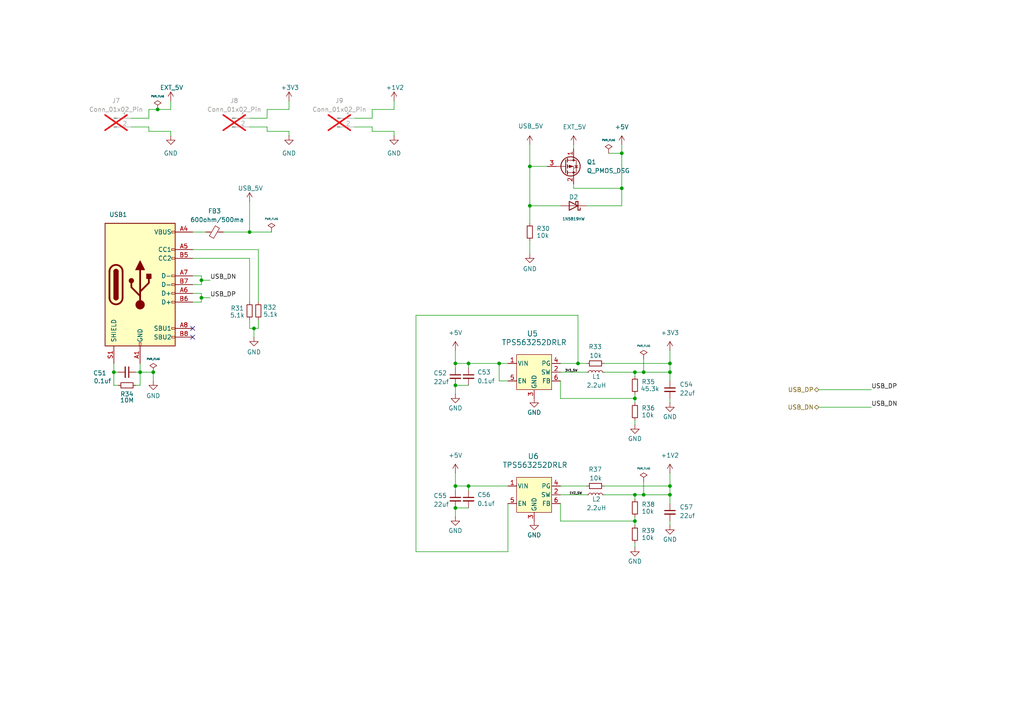
<source format=kicad_sch>
(kicad_sch (version 20231120) (generator "eeschema") (generator_version "8.0")
  (paper "A4")
  (lib_symbols
    (symbol "Connector:Conn_01x02_Pin" (pin_names (offset 1.016) hide)
      (property "Reference" "J" (at 0 2.54 0))
      (property "Value" "Conn_01x02_Pin" (at 0 -5.08 0))
      (symbol "Conn_01x02_Pin_1_1"
        (polyline (pts (xy 1.27 -2.54) (xy 0.8636 -2.54)) (stroke (width 0.1524)))
        (polyline (pts (xy 1.27 0) (xy 0.8636 0)) (stroke (width 0.1524)))
        (rectangle (start 0.8636 -2.413) (end 0 -2.667) (stroke (width 0.1524)) (fill (type outline)))
        (rectangle (start 0.8636 0.127) (end 0 -0.127) (stroke (width 0.1524)) (fill (type outline)))
        (pin passive line (at 5.08 0 180) (length 3.81) (name "Pin_1") (number "1"))
        (pin passive line (at 5.08 -2.54 180) (length 3.81) (name "Pin_2") (number "2"))
      )
    )
    (symbol "Connector:USB_C_Receptacle_USB2.0_16P" (pin_names (offset 1.016))
      (property "Reference" "J" (at 0 22.225 0))
      (property "Value" "USB_C_Receptacle_USB2.0_16P" (at 0 19.685 0))
      (symbol "USB_C_Receptacle_USB2.0_16P_0_0"
        (rectangle (start -0.254 -17.78) (end 0.254 -16.764))
        (rectangle (start 10.16 -14.986) (end 9.144 -15.494))
        (rectangle (start 10.16 -12.446) (end 9.144 -12.954))
        (rectangle (start 10.16 -4.826) (end 9.144 -5.334))
        (rectangle (start 10.16 -2.286) (end 9.144 -2.794))
        (rectangle (start 10.16 0.254) (end 9.144 -0.254))
        (rectangle (start 10.16 2.794) (end 9.144 2.286))
        (rectangle (start 10.16 7.874) (end 9.144 7.366))
        (rectangle (start 10.16 10.414) (end 9.144 9.906))
        (rectangle (start 10.16 15.494) (end 9.144 14.986))
      )
      (symbol "USB_C_Receptacle_USB2.0_16P_0_1"
        (rectangle (start -10.16 17.78) (end 10.16 -17.78) (stroke (width 0.254)) (fill (type background)))
        (arc (start -8.89 -3.81) (mid -6.985 -5.7067) (end -5.08 -3.81) (stroke (width 0.508)))
        (arc (start -7.62 -3.81) (mid -6.985 -4.4423) (end -6.35 -3.81) (stroke (width 0.254)))
        (arc (start -7.62 -3.81) (mid -6.985 -4.4423) (end -6.35 -3.81) (stroke (width 0.254)) (fill (type outline)))
        (rectangle (start -7.62 -3.81) (end -6.35 3.81) (stroke (width 0.254)) (fill (type outline)))
        (arc (start -6.35 3.81) (mid -6.985 4.4423) (end -7.62 3.81) (stroke (width 0.254)))
        (arc (start -6.35 3.81) (mid -6.985 4.4423) (end -7.62 3.81) (stroke (width 0.254)) (fill (type outline)))
        (arc (start -5.08 3.81) (mid -6.985 5.7067) (end -8.89 3.81) (stroke (width 0.508)))
        (circle (center -2.54 1.143) (radius 0.635) (stroke (width 0.254)) (fill (type outline)))
        (circle (center 0 -5.842) (radius 1.27) (fill (type outline)))
        (polyline (pts (xy -8.89 -3.81) (xy -8.89 3.81)) (stroke (width 0.508)))
        (polyline (pts (xy -5.08 3.81) (xy -5.08 -3.81)) (stroke (width 0.508)))
        (polyline (pts (xy 0 -5.842) (xy 0 4.318)) (stroke (width 0.508)))
        (polyline (pts (xy 0 -3.302) (xy -2.54 -0.762) (xy -2.54 0.508)) (stroke (width 0.508)))
        (polyline (pts (xy 0 -2.032) (xy 2.54 0.508) (xy 2.54 1.778)) (stroke (width 0.508)))
        (polyline (pts (xy -1.27 4.318) (xy 0 6.858) (xy 1.27 4.318) (xy -1.27 4.318)) (stroke (width 0.254)) (fill (type outline)))
        (rectangle (start 1.905 1.778) (end 3.175 3.048) (stroke (width 0.254)) (fill (type outline)))
      )
      (symbol "USB_C_Receptacle_USB2.0_16P_1_1"
        (pin passive line (at 0 -22.86 90) (length 5.08) (name "GND") (number "A1"))
        (pin passive line (at 0 -22.86 90) (length 5.08) hide (name "GND") (number "A12"))
        (pin passive line (at 15.24 15.24 180) (length 5.08) (name "VBUS") (number "A4"))
        (pin bidirectional line (at 15.24 10.16 180) (length 5.08) (name "CC1") (number "A5"))
        (pin bidirectional line (at 15.24 -2.54 180) (length 5.08) (name "D+") (number "A6"))
        (pin bidirectional line (at 15.24 2.54 180) (length 5.08) (name "D-") (number "A7"))
        (pin bidirectional line (at 15.24 -12.7 180) (length 5.08) (name "SBU1") (number "A8"))
        (pin passive line (at 15.24 15.24 180) (length 5.08) hide (name "VBUS") (number "A9"))
        (pin passive line (at 0 -22.86 90) (length 5.08) hide (name "GND") (number "B1"))
        (pin passive line (at 0 -22.86 90) (length 5.08) hide (name "GND") (number "B12"))
        (pin passive line (at 15.24 15.24 180) (length 5.08) hide (name "VBUS") (number "B4"))
        (pin bidirectional line (at 15.24 7.62 180) (length 5.08) (name "CC2") (number "B5"))
        (pin bidirectional line (at 15.24 -5.08 180) (length 5.08) (name "D+") (number "B6"))
        (pin bidirectional line (at 15.24 0 180) (length 5.08) (name "D-") (number "B7"))
        (pin bidirectional line (at 15.24 -15.24 180) (length 5.08) (name "SBU2") (number "B8"))
        (pin passive line (at 15.24 15.24 180) (length 5.08) hide (name "VBUS") (number "B9"))
        (pin passive line (at -7.62 -22.86 90) (length 5.08) (name "SHIELD") (number "S1"))
      )
    )
    (symbol "Device:C_Small" (pin_numbers hide) (pin_names (offset 0.254) hide)
      (property "Reference" "C" (at 0.254 1.778 0))
      (property "Value" "C_Small" (at 0.254 -2.032 0))
      (symbol "C_Small_0_1"
        (polyline (pts (xy -1.524 -0.508) (xy 1.524 -0.508)) (stroke (width 0.3302)))
        (polyline (pts (xy -1.524 0.508) (xy 1.524 0.508)) (stroke (width 0.3048)))
      )
      (symbol "C_Small_1_1"
        (pin passive line (at 0 2.54 270) (length 2.032) (name "~") (number "1"))
        (pin passive line (at 0 -2.54 90) (length 2.032) (name "~") (number "2"))
      )
    )
    (symbol "Device:FerriteBead_Small" (pin_numbers hide) (pin_names (offset 0))
      (property "Reference" "FB" (at 1.905 1.27 0))
      (property "Value" "FerriteBead_Small" (at 1.905 -1.27 0))
      (symbol "FerriteBead_Small_0_1"
        (polyline (pts (xy 0 -1.27) (xy 0 -0.7874)))
        (polyline (pts (xy 0 0.889) (xy 0 1.2954)))
        (polyline (pts (xy -1.8288 0.2794) (xy -1.1176 1.4986) (xy 1.8288 -0.2032) (xy 1.1176 -1.4224) (xy -1.8288 0.2794)))
      )
      (symbol "FerriteBead_Small_1_1"
        (pin passive line (at 0 2.54 270) (length 1.27) (name "~") (number "1"))
        (pin passive line (at 0 -2.54 90) (length 1.27) (name "~") (number "2"))
      )
    )
    (symbol "Device:L_Small" (pin_numbers hide) (pin_names (offset 0.254) hide)
      (property "Reference" "L" (at 0.762 1.016 0))
      (property "Value" "L_Small" (at 0.762 -1.016 0))
      (symbol "L_Small_0_1"
        (arc (start 0 -2.032) (mid 0.5058 -1.524) (end 0 -1.016))
        (arc (start 0 -1.016) (mid 0.5058 -0.508) (end 0 0))
        (arc (start 0 0) (mid 0.5058 0.508) (end 0 1.016))
        (arc (start 0 1.016) (mid 0.5058 1.524) (end 0 2.032))
      )
      (symbol "L_Small_1_1"
        (pin passive line (at 0 2.54 270) (length 0.508) (name "~") (number "1"))
        (pin passive line (at 0 -2.54 90) (length 0.508) (name "~") (number "2"))
      )
    )
    (symbol "Device:Q_PMOS_DSG" (pin_names (offset 0) hide)
      (property "Reference" "Q" (at 5.08 1.27 0))
      (property "Value" "Q_PMOS_DSG" (at 5.08 -1.27 0))
      (symbol "Q_PMOS_DSG_0_1"
        (polyline (pts (xy 0.254 0) (xy -2.54 0)))
        (polyline (pts (xy 0.254 1.905) (xy 0.254 -1.905)) (stroke (width 0.254)))
        (polyline (pts (xy 0.762 -1.27) (xy 0.762 -2.286)) (stroke (width 0.254)))
        (polyline (pts (xy 0.762 0.508) (xy 0.762 -0.508)) (stroke (width 0.254)))
        (polyline (pts (xy 0.762 2.286) (xy 0.762 1.27)) (stroke (width 0.254)))
        (polyline (pts (xy 2.54 2.54) (xy 2.54 1.778)))
        (polyline (pts (xy 2.54 -2.54) (xy 2.54 0) (xy 0.762 0)))
        (polyline (pts (xy 0.762 1.778) (xy 3.302 1.778) (xy 3.302 -1.778) (xy 0.762 -1.778)))
        (polyline (pts (xy 2.286 0) (xy 1.27 0.381) (xy 1.27 -0.381) (xy 2.286 0)) (fill (type outline)))
        (polyline (pts (xy 2.794 -0.508) (xy 2.921 -0.381) (xy 3.683 -0.381) (xy 3.81 -0.254)))
        (polyline (pts (xy 3.302 -0.381) (xy 2.921 0.254) (xy 3.683 0.254) (xy 3.302 -0.381)))
        (circle (center 1.651 0) (radius 2.794) (stroke (width 0.254)))
        (circle (center 2.54 -1.778) (radius 0.254) (fill (type outline)))
        (circle (center 2.54 1.778) (radius 0.254) (fill (type outline)))
      )
      (symbol "Q_PMOS_DSG_1_1"
        (pin passive line (at 2.54 5.08 270) (length 2.54) (name "D") (number "1"))
        (pin passive line (at 2.54 -5.08 90) (length 2.54) (name "S") (number "2"))
        (pin input line (at -5.08 0 0) (length 2.54) (name "G") (number "3"))
      )
    )
    (symbol "Device:R_Small" (pin_numbers hide) (pin_names (offset 0.254) hide)
      (property "Reference" "R" (at 0.762 0.508 0))
      (property "Value" "R_Small" (at 0.762 -1.016 0))
      (symbol "R_Small_0_1"
        (rectangle (start -0.762 1.778) (end 0.762 -1.778) (stroke (width 0.2032)))
      )
      (symbol "R_Small_1_1"
        (pin passive line (at 0 2.54 270) (length 0.762) (name "~") (number "1"))
        (pin passive line (at 0 -2.54 90) (length 0.762) (name "~") (number "2"))
      )
    )
    (symbol "Diode:1N5819" (pin_numbers hide) (pin_names (offset 1.016) hide)
      (property "Reference" "D" (at 0 2.54 0))
      (property "Value" "1N5819" (at 0 -2.54 0))
      (symbol "1N5819_0_1"
        (polyline (pts (xy 1.27 0) (xy -1.27 0)))
        (polyline (pts (xy 1.27 1.27) (xy 1.27 -1.27) (xy -1.27 0) (xy 1.27 1.27)) (stroke (width 0.254)))
        (polyline (pts (xy -1.905 0.635) (xy -1.905 1.27) (xy -1.27 1.27) (xy -1.27 -1.27) (xy -0.635 -1.27) (xy -0.635 -0.635)) (stroke (width 0.254)))
      )
      (symbol "1N5819_1_1"
        (pin passive line (at -3.81 0 0) (length 2.54) (name "K") (number "1"))
        (pin passive line (at 3.81 0 180) (length 2.54) (name "A") (number "2"))
      )
    )
    (symbol "TPS563252DRLR:TPS563252DRLR" (pin_names (offset 0.254))
      (property "Reference" "U" (at 16.256 7.366 0))
      (property "Value" "TPS563252DRLR" (at 16.256 4.826 0))
      (symbol "TPS563252DRLR_0_1"
        (pin power_in line (at 8.89 0 0) (length 2.54) (name "VIN") (number "1"))
      )
      (symbol "TPS563252DRLR_1_1"
        (rectangle (start 11.43 2.54) (end 21.59 -7.62) (fill (type background)))
        (pin power_out line (at 24.13 -2.54 180) (length 2.54) (name "SW") (number "2"))
        (pin power_in line (at 16.51 -10.16 90) (length 2.54) (name "GND") (number "3"))
        (pin output line (at 24.13 0 180) (length 2.54) (name "PG") (number "4"))
        (pin input line (at 8.89 -5.08 0) (length 2.54) (name "EN") (number "5"))
        (pin input line (at 24.13 -5.08 180) (length 2.54) (name "FB") (number "6"))
      )
    )
    (symbol "power:+3V3" (power) (pin_numbers hide) (pin_names (offset 0) hide)
      (property "Value" "+3V3" (at 0 3.556 0))
      (symbol "+3V3_0_1"
        (polyline (pts (xy -0.762 1.27) (xy 0 2.54)))
        (polyline (pts (xy 0 0) (xy 0 2.54)))
        (polyline (pts (xy 0 2.54) (xy 0.762 1.27)))
      )
      (symbol "+3V3_1_1"
        (pin power_in line (at 0 0 90) (length 0) (name "~") (number "1"))
      )
    )
    (symbol "power:GND" (power) (pin_numbers hide) (pin_names (offset 0) hide)
      (property "Value" "GND" (at 0 -3.81 0))
      (symbol "GND_0_1"
        (polyline (pts (xy 0 0) (xy 0 -1.27) (xy 1.27 -1.27) (xy 0 -2.54) (xy -1.27 -1.27) (xy 0 -1.27)))
      )
      (symbol "GND_1_1"
        (pin power_in line (at 0 0 270) (length 0) (name "~") (number "1"))
      )
    )
    (symbol "power:PWR_FLAG" (power) (pin_numbers hide) (pin_names (offset 0) hide)
      (property "Value" "PWR_FLAG" (at 0 3.81 0))
      (symbol "PWR_FLAG_0_0"
        (pin power_out line (at 0 0 90) (length 0) (name "~") (number "1"))
      )
      (symbol "PWR_FLAG_0_1"
        (polyline (pts (xy 0 0) (xy 0 1.27) (xy -1.016 1.905) (xy 0 2.54) (xy 1.016 1.905) (xy 0 1.27)))
      )
    )
    (symbol "power:VBUS" (power) (pin_numbers hide) (pin_names (offset 0) hide)
      (property "Value" "VBUS" (at 0 3.556 0))
      (symbol "VBUS_0_1"
        (polyline (pts (xy -0.762 1.27) (xy 0 2.54)))
        (polyline (pts (xy 0 0) (xy 0 2.54)))
        (polyline (pts (xy 0 2.54) (xy 0.762 1.27)))
      )
      (symbol "VBUS_1_1"
        (pin power_in line (at 0 0 90) (length 0) (name "~") (number "1"))
      )
    )
  )
  (junction (at 180.34 44.45))
  (junction (at 153.67 48.26))
  (junction (at 72.39 67.31))
  (junction (at 184.15 115.57))
  (junction (at 144.78 105.41))
  (junction (at 58.42 81.28))
  (junction (at 58.42 86.36))
  (junction (at 184.15 143.51))
  (junction (at 40.64 107.95))
  (junction (at 45.72 31.75))
  (junction (at 194.31 107.95))
  (junction (at 180.34 54.61))
  (junction (at 194.31 140.97))
  (junction (at 135.89 140.97))
  (junction (at 186.69 107.95))
  (junction (at 184.15 107.95))
  (junction (at 132.08 105.41))
  (junction (at 194.31 143.51))
  (junction (at 132.08 147.32))
  (junction (at 184.15 151.13))
  (junction (at 194.31 105.41))
  (junction (at 33.02 107.95))
  (junction (at 135.89 105.41))
  (junction (at 186.69 143.51))
  (junction (at 153.67 59.69))
  (junction (at 44.45 107.95))
  (junction (at 73.66 95.25))
  (junction (at 167.64 105.41))
  (junction (at 132.08 111.76))
  (junction (at 132.08 140.97))
  (no_connect (at 55.88 95.25))
  (no_connect (at 55.88 97.79))
  (wire (pts (xy 77.47 38.1) (xy 83.82 38.1)))
  (wire (pts (xy 33.02 111.76) (xy 34.29 111.76)))
  (wire (pts (xy 40.64 105.41) (xy 40.64 107.95)))
  (wire (pts (xy 153.67 59.69) (xy 162.56 59.69)))
  (wire (pts (xy 162.56 105.41) (xy 167.64 105.41)))
  (wire (pts (xy 72.39 58.42) (xy 72.39 67.31)))
  (wire (pts (xy 43.18 38.1) (xy 49.53 38.1)))
  (wire (pts (xy 167.64 105.41) (xy 170.18 105.41)))
  (wire (pts (xy 170.18 59.69) (xy 180.34 59.69)))
  (wire (pts (xy 64.77 67.31) (xy 72.39 67.31)))
  (wire (pts (xy 77.47 31.75) (xy 77.47 34.29)))
  (wire (pts (xy 120.65 160.02) (xy 120.65 91.44)))
  (wire (pts (xy 40.64 111.76) (xy 39.37 111.76)))
  (wire (pts (xy 162.56 151.13) (xy 184.15 151.13)))
  (wire (pts (xy 132.08 137.16) (xy 132.08 140.97)))
  (wire (pts (xy 162.56 107.95) (xy 170.18 107.95)))
  (wire (pts (xy 175.26 143.51) (xy 184.15 143.51)))
  (wire (pts (xy 45.72 31.75) (xy 49.53 31.75)))
  (wire (pts (xy 144.78 105.41) (xy 147.32 105.41)))
  (wire (pts (xy 132.08 147.32) (xy 132.08 149.86)))
  (wire (pts (xy 120.65 91.44) (xy 167.64 91.44)))
  (wire (pts (xy 55.88 67.31) (xy 59.69 67.31)))
  (wire (pts (xy 186.69 107.95) (xy 194.31 107.95)))
  (wire (pts (xy 58.42 86.36) (xy 60.96 86.36)))
  (wire (pts (xy 184.15 143.51) (xy 186.69 143.51)))
  (wire (pts (xy 175.26 107.95) (xy 184.15 107.95)))
  (wire (pts (xy 153.67 41.91) (xy 153.67 48.26)))
  (wire (pts (xy 58.42 80.01) (xy 58.42 81.28)))
  (wire (pts (xy 55.88 80.01) (xy 58.42 80.01)))
  (wire (pts (xy 73.66 95.25) (xy 74.93 95.25)))
  (wire (pts (xy 153.67 48.26) (xy 153.67 59.69)))
  (wire (pts (xy 194.31 101.6) (xy 194.31 105.41)))
  (wire (pts (xy 55.88 85.09) (xy 58.42 85.09)))
  (wire (pts (xy 162.56 115.57) (xy 184.15 115.57)))
  (wire (pts (xy 58.42 81.28) (xy 60.96 81.28)))
  (wire (pts (xy 194.31 105.41) (xy 194.31 107.95)))
  (wire (pts (xy 184.15 144.78) (xy 184.15 143.51)))
  (wire (pts (xy 184.15 157.48) (xy 184.15 158.75)))
  (wire (pts (xy 135.89 105.41) (xy 144.78 105.41)))
  (wire (pts (xy 132.08 101.6) (xy 132.08 105.41)))
  (wire (pts (xy 107.95 38.1) (xy 114.3 38.1)))
  (wire (pts (xy 180.34 44.45) (xy 180.34 54.61)))
  (wire (pts (xy 237.49 113.03) (xy 252.73 113.03)))
  (wire (pts (xy 40.64 107.95) (xy 39.37 107.95)))
  (wire (pts (xy 107.95 31.75) (xy 114.3 31.75)))
  (wire (pts (xy 107.95 36.83) (xy 102.87 36.83)))
  (wire (pts (xy 77.47 38.1) (xy 77.47 36.83)))
  (wire (pts (xy 180.34 41.91) (xy 180.34 44.45)))
  (wire (pts (xy 162.56 115.57) (xy 162.56 110.49)))
  (wire (pts (xy 43.18 38.1) (xy 43.18 36.83)))
  (wire (pts (xy 72.39 74.93) (xy 72.39 87.63)))
  (wire (pts (xy 166.37 53.34) (xy 166.37 54.61)))
  (wire (pts (xy 184.15 109.22) (xy 184.15 107.95)))
  (wire (pts (xy 55.88 74.93) (xy 72.39 74.93)))
  (wire (pts (xy 55.88 72.39) (xy 74.93 72.39)))
  (wire (pts (xy 83.82 38.1) (xy 83.82 39.37)))
  (wire (pts (xy 194.31 151.13) (xy 194.31 152.4)))
  (wire (pts (xy 162.56 143.51) (xy 170.18 143.51)))
  (wire (pts (xy 33.02 105.41) (xy 33.02 107.95)))
  (wire (pts (xy 186.69 104.14) (xy 186.69 107.95)))
  (wire (pts (xy 175.26 105.41) (xy 194.31 105.41)))
  (wire (pts (xy 135.89 147.32) (xy 132.08 147.32)))
  (wire (pts (xy 58.42 85.09) (xy 58.42 86.36)))
  (wire (pts (xy 40.64 107.95) (xy 44.45 107.95)))
  (wire (pts (xy 153.67 69.85) (xy 153.67 73.66)))
  (wire (pts (xy 135.89 111.76) (xy 132.08 111.76)))
  (wire (pts (xy 49.53 29.21) (xy 49.53 31.75)))
  (wire (pts (xy 132.08 140.97) (xy 132.08 142.24)))
  (wire (pts (xy 194.31 137.16) (xy 194.31 140.97)))
  (wire (pts (xy 72.39 95.25) (xy 73.66 95.25)))
  (wire (pts (xy 186.69 143.51) (xy 194.31 143.51)))
  (wire (pts (xy 184.15 152.4) (xy 184.15 151.13)))
  (wire (pts (xy 162.56 140.97) (xy 170.18 140.97)))
  (wire (pts (xy 74.93 72.39) (xy 74.93 87.63)))
  (wire (pts (xy 55.88 82.55) (xy 58.42 82.55)))
  (wire (pts (xy 237.49 118.11) (xy 252.73 118.11)))
  (wire (pts (xy 43.18 36.83) (xy 38.1 36.83)))
  (wire (pts (xy 114.3 29.21) (xy 114.3 31.75)))
  (wire (pts (xy 167.64 91.44) (xy 167.64 105.41)))
  (wire (pts (xy 162.56 151.13) (xy 162.56 146.05)))
  (wire (pts (xy 43.18 31.75) (xy 43.18 34.29)))
  (wire (pts (xy 147.32 146.05) (xy 147.32 160.02)))
  (wire (pts (xy 135.89 140.97) (xy 147.32 140.97)))
  (wire (pts (xy 184.15 121.92) (xy 184.15 123.19)))
  (wire (pts (xy 43.18 31.75) (xy 45.72 31.75)))
  (wire (pts (xy 194.31 140.97) (xy 194.31 143.51)))
  (wire (pts (xy 184.15 151.13) (xy 184.15 149.86)))
  (wire (pts (xy 72.39 34.29) (xy 77.47 34.29)))
  (wire (pts (xy 33.02 107.95) (xy 33.02 111.76)))
  (wire (pts (xy 153.67 48.26) (xy 158.75 48.26)))
  (wire (pts (xy 58.42 81.28) (xy 58.42 82.55)))
  (wire (pts (xy 102.87 34.29) (xy 107.95 34.29)))
  (wire (pts (xy 135.89 140.97) (xy 135.89 142.24)))
  (wire (pts (xy 78.74 67.31) (xy 72.39 67.31)))
  (wire (pts (xy 77.47 36.83) (xy 72.39 36.83)))
  (wire (pts (xy 74.93 92.71) (xy 74.93 95.25)))
  (wire (pts (xy 166.37 41.91) (xy 166.37 43.18)))
  (wire (pts (xy 72.39 92.71) (xy 72.39 95.25)))
  (wire (pts (xy 40.64 107.95) (xy 40.64 111.76)))
  (wire (pts (xy 38.1 34.29) (xy 43.18 34.29)))
  (wire (pts (xy 58.42 86.36) (xy 58.42 87.63)))
  (wire (pts (xy 58.42 87.63) (xy 55.88 87.63)))
  (wire (pts (xy 194.31 110.49) (xy 194.31 107.95)))
  (wire (pts (xy 175.26 140.97) (xy 194.31 140.97)))
  (wire (pts (xy 180.34 54.61) (xy 180.34 59.69)))
  (wire (pts (xy 77.47 31.75) (xy 83.82 31.75)))
  (wire (pts (xy 184.15 115.57) (xy 184.15 114.3)))
  (wire (pts (xy 73.66 97.79) (xy 73.66 95.25)))
  (wire (pts (xy 33.02 107.95) (xy 34.29 107.95)))
  (wire (pts (xy 44.45 107.95) (xy 44.45 110.49)))
  (wire (pts (xy 184.15 116.84) (xy 184.15 115.57)))
  (wire (pts (xy 132.08 105.41) (xy 132.08 106.68)))
  (wire (pts (xy 166.37 54.61) (xy 180.34 54.61)))
  (wire (pts (xy 144.78 110.49) (xy 147.32 110.49)))
  (wire (pts (xy 153.67 59.69) (xy 153.67 64.77)))
  (wire (pts (xy 135.89 105.41) (xy 135.89 106.68)))
  (wire (pts (xy 107.95 38.1) (xy 107.95 36.83)))
  (wire (pts (xy 114.3 38.1) (xy 114.3 39.37)))
  (wire (pts (xy 144.78 105.41) (xy 144.78 110.49)))
  (wire (pts (xy 194.31 115.57) (xy 194.31 116.84)))
  (wire (pts (xy 176.53 44.45) (xy 180.34 44.45)))
  (wire (pts (xy 107.95 31.75) (xy 107.95 34.29)))
  (wire (pts (xy 132.08 111.76) (xy 132.08 114.3)))
  (wire (pts (xy 132.08 105.41) (xy 135.89 105.41)))
  (wire (pts (xy 49.53 38.1) (xy 49.53 39.37)))
  (wire (pts (xy 186.69 139.7) (xy 186.69 143.51)))
  (wire (pts (xy 184.15 107.95) (xy 186.69 107.95)))
  (wire (pts (xy 194.31 146.05) (xy 194.31 143.51)))
  (wire (pts (xy 83.82 29.21) (xy 83.82 31.75)))
  (wire (pts (xy 132.08 140.97) (xy 135.89 140.97)))
  (wire (pts (xy 147.32 160.02) (xy 120.65 160.02)))
  (label "USB_DP" (at 60.96 86.36 0))
  (label "USB_DN" (at 252.73 118.11 0))
  (label "1V2_SW" (at 165.1 143.51 0) (effects (font (size 0.635 0.635))))
  (label "USB_DN" (at 60.96 81.28 0))
  (label "3V3_SW" (at 163.83 107.95 0) (effects (font (size 0.635 0.635))))
  (label "USB_DP" (at 252.73 113.03 0))
  (hierarchical_label "USB_DN" (shape bidirectional) (at 237.49 118.11 180))
  (hierarchical_label "USB_DP" (shape bidirectional) (at 237.49 113.03 180))
  (symbol (lib_id "Diode:1N5819") (at 166.37 59.69 180) (unit 1)
    (property "Reference" "D2" (at 166.37 57.15 0))
    (property "Value" "1N5819HW" (at 166.37 63.5 0) (effects (font (size 0.8 0.8))))
    (property "Footprint" "Diode_SMD:D_SOD-123" (effects (hide yes)))
    (property "Datasheet" "http://www.vishay.com/docs/88525/1n5817.pdf" (effects (hide yes)))
    (property "Description" "40V/1A" (effects (hide yes)))
    (property "MPN" "1N5819HW-7-F" (effects (hide yes)))
    (property "Package" "SOD-123" (effects (hide yes)))
  )
  (symbol (lib_id "Device:C_Small") (at 36.83 107.95 270) (unit 1)
    (property "Reference" "C51" (at 28.956 108.204 90))
    (property "Value" "0.1uf" (at 29.718 110.49 90))
    (property "Footprint" "Capacitor_SMD:C_0402_1005Metric" (effects (hide yes)))
    (property "Description" "Unpolarized capacitor, small symbol" (effects (hide yes)))
    (property "LCSC Part #" "C1525" (effects (hide yes)))
    (property "Digi-Key Part Number" "490-6328-1-ND" (effects (hide yes)))
  )
  (symbol (lib_id "power:GND") (at 154.94 151.13 0) (unit 1)
    (property "Reference" "#PWR088" (effects (hide yes)))
    (property "Value" "GND" (at 154.94 155.194 0))
    (property "Description" "Power symbol creates a global label with name \"GND\" , ground" (effects (hide yes)))
  )
  (symbol (lib_id "power:GND") (at 153.67 73.66 0) (unit 1)
    (property "Reference" "#PWR076" (effects (hide yes)))
    (property "Value" "GND" (at 153.67 77.978 0))
    (property "Description" "Power symbol creates a global label with name \"GND\" , ground" (effects (hide yes)))
  )
  (symbol (lib_id "Device:C_Small") (at 194.31 148.59 0) (unit 1)
    (property "Reference" "C57" (at 197.104 147.066 0) (effects (justify left)))
    (property "Value" "22uf" (at 197.104 149.606 0) (effects (justify left)))
    (property "Footprint" "Capacitor_SMD:C_0603_1608Metric" (effects (hide yes)))
    (property "Description" "Unpolarized capacitor, small symbol" (effects (hide yes)))
    (property "LCSC Part #" "C59461" (effects (hide yes)))
    (property "Digi-Key Part Number" "490-7611-1-ND" (effects (hide yes)))
  )
  (symbol (lib_id "Device:R_Small") (at 184.15 147.32 180) (unit 1)
    (property "Reference" "R38" (at 189.992 146.304 0) (effects (justify left)))
    (property "Value" "10k" (at 189.738 148.336 0) (effects (justify left)))
    (property "Footprint" "Resistor_SMD:R_0603_1608Metric" (effects (hide yes)))
    (property "Description" "Resistor, small symbol" (effects (hide yes)))
    (property "LCSC Part #" "C25804" (effects (hide yes)))
    (property "Digi-Key Part Number" "CR0603-FX-1002ELFCT-ND" (effects (hide yes)))
  )
  (symbol (lib_id "power:GND") (at 132.08 114.3 0) (unit 1)
    (property "Reference" "#PWR081" (effects (hide yes)))
    (property "Value" "GND" (at 132.08 118.364 0))
    (property "Description" "Power symbol creates a global label with name \"GND\" , ground" (effects (hide yes)))
  )
  (symbol (lib_id "power:GND") (at 73.66 97.79 0) (unit 1)
    (property "Reference" "#PWR077" (effects (hide yes)))
    (property "Value" "GND" (at 73.66 102.108 0))
    (property "Description" "Power symbol creates a global label with name \"GND\" , ground" (effects (hide yes)))
  )
  (symbol (lib_id "power:VBUS") (at 49.53 29.21 0) (unit 1)
    (property "Reference" "#PWR066" (effects (hide yes)))
    (property "Value" "EXT_5V" (at 49.784 25.4 0))
    (property "Description" "Power symbol creates a global label with name \"VBUS\"" (effects (hide yes)))
  )
  (symbol (lib_id "power:GND") (at 154.94 115.57 0) (unit 1)
    (property "Reference" "#PWR082" (effects (hide yes)))
    (property "Value" "GND" (at 154.94 119.634 0))
    (property "Description" "Power symbol creates a global label with name \"GND\" , ground" (effects (hide yes)))
  )
  (symbol (lib_id "power:GND") (at 184.15 158.75 0) (unit 1)
    (property "Reference" "#PWR090" (effects (hide yes)))
    (property "Value" "GND" (at 184.15 162.814 0))
    (property "Description" "Power symbol creates a global label with name \"GND\" , ground" (effects (hide yes)))
  )
  (symbol (lib_id "Device:L_Small") (at 172.72 107.95 90) (unit 1)
    (property "Reference" "L1" (at 172.974 109.22 90))
    (property "Value" "2.2uH" (at 172.974 111.76 90))
    (property "Footprint" "Inductor_SMD:L_1008_2520Metric" (effects (hide yes)))
    (property "Description" "Inductor, small symbol" (effects (hide yes)))
    (property "LCSC Part #" "C391305" (effects (hide yes)))
    (property "Digi-Key Part Number" "490-10649-1-ND" (effects (hide yes)))
  )
  (symbol (lib_id "Device:R_Small") (at 74.93 90.17 180) (unit 1)
    (property "Reference" "R32" (at 78.232 89.154 0))
    (property "Value" "5.1k" (at 78.486 91.186 0))
    (property "Footprint" "Resistor_SMD:R_0603_1608Metric" (effects (hide yes)))
    (property "Description" "Resistor, small symbol" (effects (hide yes)))
    (property "LCSC Part #" "C23186" (effects (hide yes)))
    (property "Digi-Key Part Number" "CR0603-FX-5101ELFCT-ND" (effects (hide yes)))
  )
  (symbol (lib_id "power:GND") (at 49.53 39.37 0) (unit 1)
    (property "Reference" "#PWR069" (effects (hide yes)))
    (property "Value" "GND" (at 49.53 44.45 0))
    (property "Description" "Power symbol creates a global label with name \"GND\" , ground" (effects (hide yes)))
  )
  (symbol (lib_id "Device:C_Small") (at 194.31 113.03 0) (unit 1)
    (property "Reference" "C54" (at 197.104 111.506 0) (effects (justify left)))
    (property "Value" "22uf" (at 197.104 114.046 0) (effects (justify left)))
    (property "Footprint" "Capacitor_SMD:C_0603_1608Metric" (effects (hide yes)))
    (property "Description" "Unpolarized capacitor, small symbol" (effects (hide yes)))
    (property "LCSC Part #" "C59461" (effects (hide yes)))
    (property "Digi-Key Part Number" "490-7611-1-ND" (effects (hide yes)))
  )
  (symbol (lib_id "power:GND") (at 44.45 110.49 0) (unit 1)
    (property "Reference" "#PWR080" (effects (hide yes)))
    (property "Value" "GND" (at 44.45 114.808 0))
    (property "Description" "Power symbol creates a global label with name \"GND\" , ground" (effects (hide yes)))
  )
  (symbol (lib_id "TPS563252DRLR:TPS563252DRLR") (at 138.43 140.97 0) (unit 1)
    (property "Reference" "U6" (at 154.686 132.334 0) (effects (font (size 1.524 1.524))))
    (property "Value" "TPS563252DRLR" (at 155.194 134.874 0) (effects (font (size 1.524 1.524))))
    (property "Footprint" "TPS563252DRLR:SOT6_DRL_TEX" (effects (hide yes)))
    (property "Datasheet" "https://www.ti.com/lit/ds/symlink/tps563252.pdf?ts=1715941486178" (effects (hide yes)))
    (property "LCSC Part #" "C19188399" (effects (hide yes)))
    (property "JLCPCB Rotation Offset" "-90" (effects (hide yes)))
    (property "Digi-Key Part Number" "296-TPS563252DRLRCT-ND" (effects (hide yes)))
  )
  (symbol (lib_id "Device:R_Small") (at 184.15 111.76 180) (unit 1)
    (property "Reference" "R35" (at 189.992 110.744 0) (effects (justify left)))
    (property "Value" "45.3k" (at 191.262 112.776 0) (effects (justify left)))
    (property "Footprint" "Resistor_SMD:R_0603_1608Metric" (effects (hide yes)))
    (property "Description" "Resistor, small symbol" (effects (hide yes)))
    (property "LCSC Part #" "C23058" (effects (hide yes)))
    (property "Digi-Key Part Number" "CR0603-FX-4532ELFCT-ND " (effects (hide yes)))
  )
  (symbol (lib_id "power:VBUS") (at 194.31 137.16 0) (unit 1)
    (property "Reference" "#PWR086" (effects (hide yes)))
    (property "Value" "+1V2" (at 194.31 132.08 0))
    (property "Description" "Power symbol creates a global label with name \"VBUS\"" (effects (hide yes)))
  )
  (symbol (lib_id "Device:FerriteBead_Small") (at 62.23 67.31 90) (unit 1)
    (property "Reference" "FB3" (at 62.23 61.214 90))
    (property "Value" "600ohm/500ma" (at 62.992 63.754 90))
    (property "Footprint" "Inductor_SMD:L_0603_1608Metric" (effects (hide yes)))
    (property "Description" "Ferrite bead, small symbol" (effects (hide yes)))
    (property "LCSC Part #" "C1002" (effects (hide yes)))
    (property "Digi-Key Part Number" "490-5258-1-ND " (effects (hide yes)))
  )
  (symbol (lib_id "Device:R_Small") (at 72.39 90.17 180) (unit 1)
    (property "Reference" "R31" (at 68.834 89.408 0))
    (property "Value" "5.1k" (at 68.834 91.44 0))
    (property "Footprint" "Resistor_SMD:R_0603_1608Metric" (effects (hide yes)))
    (property "Description" "Resistor, small symbol" (effects (hide yes)))
    (property "LCSC Part #" "C23186" (effects (hide yes)))
    (property "Digi-Key Part Number" "CR0603-FX-5101ELFCT-ND" (effects (hide yes)))
  )
  (symbol (lib_id "power:PWR_FLAG") (at 186.69 139.7 0) (unit 1)
    (property "Reference" "#FLG012" (effects (hide yes)))
    (property "Value" "PWR_FLAG" (at 186.69 135.89 0) (effects (font (size 0.508 0.508))))
    (property "Description" "Special symbol for telling ERC where power comes from" (effects (hide yes)))
  )
  (symbol (lib_id "Device:R_Small") (at 184.15 154.94 180) (unit 1)
    (property "Reference" "R39" (at 189.992 153.924 0) (effects (justify left)))
    (property "Value" "10k" (at 189.738 155.956 0) (effects (justify left)))
    (property "Footprint" "Resistor_SMD:R_0603_1608Metric" (effects (hide yes)))
    (property "Description" "Resistor, small symbol" (effects (hide yes)))
    (property "LCSC Part #" "C25804" (effects (hide yes)))
    (property "Digi-Key Part Number" "CR0603-FX-1002ELFCT-ND" (effects (hide yes)))
  )
  (symbol (lib_id "power:PWR_FLAG") (at 44.45 107.95 0) (unit 1)
    (property "Reference" "#FLG011" (effects (hide yes)))
    (property "Value" "PWR_FLAG" (at 44.45 104.14 0) (effects (font (size 0.508 0.508))))
    (property "Description" "Special symbol for telling ERC where power comes from" (effects (hide yes)))
  )
  (symbol (lib_id "TPS563252DRLR:TPS563252DRLR") (at 138.43 105.41 0) (unit 1)
    (property "Reference" "U5" (at 154.432 96.774 0) (effects (font (size 1.524 1.524))))
    (property "Value" "TPS563252DRLR" (at 154.94 99.314 0) (effects (font (size 1.524 1.524))))
    (property "Footprint" "TPS563252DRLR:SOT6_DRL_TEX" (effects (hide yes)))
    (property "Datasheet" "https://www.ti.com/lit/ds/symlink/tps563252.pdf?ts=1715941486178" (effects (hide yes)))
    (property "LCSC Part #" "C19188399" (effects (hide yes)))
    (property "JLCPCB Rotation Offset" "-90" (effects (hide yes)))
    (property "Digi-Key Part Number" "296-TPS563252DRLRCT-ND" (effects (hide yes)))
  )
  (symbol (lib_id "Device:R_Small") (at 172.72 105.41 270) (unit 1)
    (property "Reference" "R33" (at 170.688 100.584 90) (effects (justify left)))
    (property "Value" "10k" (at 170.942 103.124 90) (effects (justify left)))
    (property "Footprint" "Resistor_SMD:R_0603_1608Metric" (effects (hide yes)))
    (property "Description" "Resistor, small symbol" (effects (hide yes)))
    (property "LCSC Part #" "C25804" (effects (hide yes)))
    (property "Digi-Key Part Number" "CR0603-FX-1002ELFCT-ND" (effects (hide yes)))
  )
  (symbol (lib_id "power:GND") (at 194.31 152.4 0) (unit 1)
    (property "Reference" "#PWR089" (effects (hide yes)))
    (property "Value" "GND" (at 194.31 156.464 0))
    (property "Description" "Power symbol creates a global label with name \"GND\" , ground" (effects (hide yes)))
  )
  (symbol (lib_id "Device:C_Small") (at 135.89 109.22 0) (unit 1)
    (property "Reference" "C53" (at 138.43 107.9562 0) (effects (justify left)))
    (property "Value" "0.1uf" (at 138.43 110.4962 0) (effects (justify left)))
    (property "Footprint" "Capacitor_SMD:C_0402_1005Metric" (effects (hide yes)))
    (property "Description" "Unpolarized capacitor, small symbol" (effects (hide yes)))
    (property "LCSC Part #" "C1525" (effects (hide yes)))
    (property "Digi-Key Part Number" "490-6328-1-ND" (effects (hide yes)))
  )
  (symbol (lib_id "Device:C_Small") (at 132.08 144.78 0) (unit 1)
    (property "Reference" "C55" (at 125.73 143.764 0) (effects (justify left)))
    (property "Value" "22uf" (at 125.73 146.304 0) (effects (justify left)))
    (property "Footprint" "Capacitor_SMD:C_0603_1608Metric" (effects (hide yes)))
    (property "Description" "Unpolarized capacitor, small symbol" (effects (hide yes)))
    (property "LCSC Part #" "C59461" (effects (hide yes)))
    (property "Digi-Key Part Number" "490-7611-1-ND" (effects (hide yes)))
  )
  (symbol (lib_id "Device:C_Small") (at 132.08 109.22 0) (unit 1)
    (property "Reference" "C52" (at 125.73 108.204 0) (effects (justify left)))
    (property "Value" "22uf" (at 125.73 110.744 0) (effects (justify left)))
    (property "Footprint" "Capacitor_SMD:C_0603_1608Metric" (effects (hide yes)))
    (property "Description" "Unpolarized capacitor, small symbol" (effects (hide yes)))
    (property "LCSC Part #" "C59461" (effects (hide yes)))
    (property "Digi-Key Part Number" "490-7611-1-ND" (effects (hide yes)))
  )
  (symbol (lib_id "power:PWR_FLAG") (at 176.53 44.45 0) (mirror y) (unit 1)
    (property "Reference" "#FLG08" (effects (hide yes)))
    (property "Value" "PWR_FLAG" (at 176.53 40.64 0) (effects (font (size 0.508 0.508))))
    (property "Description" "Special symbol for telling ERC where power comes from" (effects (hide yes)))
  )
  (symbol (lib_id "power:VBUS") (at 132.08 137.16 0) (unit 1)
    (property "Reference" "#PWR085" (effects (hide yes)))
    (property "Value" "+5V" (at 132.08 132.08 0))
    (property "Description" "Power symbol creates a global label with name \"VBUS\"" (effects (hide yes)))
  )
  (symbol (lib_id "power:GND") (at 184.15 123.19 0) (unit 1)
    (property "Reference" "#PWR084" (effects (hide yes)))
    (property "Value" "GND" (at 184.15 127.254 0))
    (property "Description" "Power symbol creates a global label with name \"GND\" , ground" (effects (hide yes)))
  )
  (symbol (lib_id "Connector:Conn_01x02_Pin") (at 33.02 34.29 0) (unit 1) (in_bom no) (dnp yes)
    (property "Reference" "J7" (at 33.655 29.21 0))
    (property "Value" "Conn_01x02_Pin" (at 33.655 31.75 0))
    (property "Footprint" "Connector_PinHeader_2.54mm:PinHeader_1x02_P2.54mm_Vertical" (effects (hide yes)))
    (property "Description" "Generic connector, single row, 01x02, script generated" (effects (hide yes)))
  )
  (symbol (lib_id "power:GND") (at 83.82 39.37 0) (unit 1)
    (property "Reference" "#PWR070" (effects (hide yes)))
    (property "Value" "GND" (at 83.82 44.45 0))
    (property "Description" "Power symbol creates a global label with name \"GND\" , ground" (effects (hide yes)))
  )
  (symbol (lib_id "power:PWR_FLAG") (at 78.74 67.31 0) (unit 1)
    (property "Reference" "#FLG09" (effects (hide yes)))
    (property "Value" "PWR_FLAG" (at 78.74 63.5 0) (effects (font (size 0.508 0.508))))
    (property "Description" "Special symbol for telling ERC where power comes from" (effects (hide yes)))
  )
  (symbol (lib_id "power:+3V3") (at 194.31 101.6 0) (unit 1)
    (property "Reference" "#PWR079" (effects (hide yes)))
    (property "Value" "+3V3" (at 194.31 96.52 0))
    (property "Description" "Power symbol creates a global label with name \"+3V3\"" (effects (hide yes)))
  )
  (symbol (lib_id "power:VBUS") (at 114.3 29.21 0) (unit 1)
    (property "Reference" "#PWR068" (effects (hide yes)))
    (property "Value" "+1V2" (at 114.554 25.4 0))
    (property "Description" "Power symbol creates a global label with name \"VBUS\"" (effects (hide yes)))
  )
  (symbol (lib_id "Device:R_Small") (at 36.83 111.76 90) (unit 1)
    (property "Reference" "R34" (at 36.83 114.3 90))
    (property "Value" "10M" (at 36.83 116.078 90))
    (property "Footprint" "Resistor_SMD:R_0603_1608Metric" (effects (hide yes)))
    (property "Description" "Resistor, small symbol" (effects (hide yes)))
    (property "LCSC Part #" "C7250" (effects (hide yes)))
    (property "Digi-Key Part Number" "CR0603-FW-1005ELFCT-ND" (effects (hide yes)))
  )
  (symbol (lib_id "power:GND") (at 132.08 149.86 0) (unit 1)
    (property "Reference" "#PWR087" (effects (hide yes)))
    (property "Value" "GND" (at 132.08 153.924 0))
    (property "Description" "Power symbol creates a global label with name \"GND\" , ground" (effects (hide yes)))
  )
  (symbol (lib_id "power:GND") (at 194.31 116.84 0) (unit 1)
    (property "Reference" "#PWR083" (effects (hide yes)))
    (property "Value" "GND" (at 194.31 120.904 0))
    (property "Description" "Power symbol creates a global label with name \"GND\" , ground" (effects (hide yes)))
  )
  (symbol (lib_id "power:VBUS") (at 132.08 101.6 0) (unit 1)
    (property "Reference" "#PWR078" (effects (hide yes)))
    (property "Value" "+5V" (at 132.08 96.52 0))
    (property "Description" "Power symbol creates a global label with name \"VBUS\"" (effects (hide yes)))
  )
  (symbol (lib_id "power:PWR_FLAG") (at 186.69 104.14 0) (unit 1)
    (property "Reference" "#FLG010" (effects (hide yes)))
    (property "Value" "PWR_FLAG" (at 186.69 100.33 0) (effects (font (size 0.508 0.508))))
    (property "Description" "Special symbol for telling ERC where power comes from" (effects (hide yes)))
  )
  (symbol (lib_id "Device:R_Small") (at 184.15 119.38 180) (unit 1)
    (property "Reference" "R36" (at 189.992 118.364 0) (effects (justify left)))
    (property "Value" "10k" (at 189.738 120.396 0) (effects (justify left)))
    (property "Footprint" "Resistor_SMD:R_0603_1608Metric" (effects (hide yes)))
    (property "Description" "Resistor, small symbol" (effects (hide yes)))
    (property "LCSC Part #" "C25804" (effects (hide yes)))
    (property "Digi-Key Part Number" "CR0603-FX-1002ELFCT-ND" (effects (hide yes)))
  )
  (symbol (lib_id "power:VBUS") (at 72.39 58.42 0) (unit 1)
    (property "Reference" "#PWR075" (effects (hide yes)))
    (property "Value" "USB_5V" (at 72.644 54.61 0))
    (property "Description" "Power symbol creates a global label with name \"VBUS\"" (effects (hide yes)))
  )
  (symbol (lib_id "power:GND") (at 114.3 39.37 0) (unit 1)
    (property "Reference" "#PWR071" (effects (hide yes)))
    (property "Value" "GND" (at 114.3 44.45 0))
    (property "Description" "Power symbol creates a global label with name \"GND\" , ground" (effects (hide yes)))
  )
  (symbol (lib_id "power:PWR_FLAG") (at 45.72 31.75 0) (unit 1)
    (property "Reference" "#FLG07" (effects (hide yes)))
    (property "Value" "PWR_FLAG" (at 45.72 27.94 0) (effects (font (size 0.508 0.508))))
    (property "Description" "Special symbol for telling ERC where power comes from" (effects (hide yes)))
  )
  (symbol (lib_id "Device:Q_PMOS_DSG") (at 163.83 48.26 0) (unit 1)
    (property "Reference" "Q1" (at 170.18 46.9899 0) (effects (justify left)))
    (property "Value" "Q_PMOS_DSG" (at 170.18 49.5299 0) (effects (justify left)))
    (property "Footprint" "Package_TO_SOT_SMD:SOT-23-3" (effects (hide yes)))
    (property "Description" "P-MOSFET transistor, drain/source/gate" (effects (hide yes)))
  )
  (symbol (lib_id "Device:R_Small") (at 172.72 140.97 270) (unit 1)
    (property "Reference" "R37" (at 170.688 136.144 90) (effects (justify left)))
    (property "Value" "10k" (at 170.942 138.684 90) (effects (justify left)))
    (property "Footprint" "Resistor_SMD:R_0603_1608Metric" (effects (hide yes)))
    (property "Description" "Resistor, small symbol" (effects (hide yes)))
    (property "LCSC Part #" "C25804" (effects (hide yes)))
    (property "Digi-Key Part Number" "CR0603-FX-1002ELFCT-ND" (effects (hide yes)))
  )
  (symbol (lib_id "Device:L_Small") (at 172.72 143.51 90) (unit 1)
    (property "Reference" "L2" (at 172.974 144.78 90))
    (property "Value" "2.2uH" (at 172.974 147.32 90))
    (property "Footprint" "Inductor_SMD:L_1008_2520Metric" (effects (hide yes)))
    (property "Description" "Inductor, small symbol" (effects (hide yes)))
    (property "LCSC Part #" "C391305" (effects (hide yes)))
    (property "Digi-Key Part Number" "490-10649-1-ND" (effects (hide yes)))
  )
  (symbol (lib_id "power:VBUS") (at 166.37 41.91 0) (unit 1)
    (property "Reference" "#PWR073" (effects (hide yes)))
    (property "Value" "EXT_5V" (at 166.624 36.83 0))
    (property "Description" "Power symbol creates a global label with name \"VBUS\"" (effects (hide yes)))
  )
  (symbol (lib_id "power:VBUS") (at 153.67 41.91 0) (unit 1)
    (property "Reference" "#PWR072" (effects (hide yes)))
    (property "Value" "USB_5V" (at 153.924 36.576 0))
    (property "Description" "Power symbol creates a global label with name \"VBUS\"" (effects (hide yes)))
  )
  (symbol (lib_id "power:VBUS") (at 180.34 41.91 0) (unit 1)
    (property "Reference" "#PWR074" (effects (hide yes)))
    (property "Value" "+5V" (at 180.34 36.83 0))
    (property "Description" "Power symbol creates a global label with name \"VBUS\"" (effects (hide yes)))
  )
  (symbol (lib_id "Device:C_Small") (at 135.89 144.78 0) (unit 1)
    (property "Reference" "C56" (at 138.43 143.5162 0) (effects (justify left)))
    (property "Value" "0.1uf" (at 138.43 146.0562 0) (effects (justify left)))
    (property "Footprint" "Capacitor_SMD:C_0402_1005Metric" (effects (hide yes)))
    (property "Description" "Unpolarized capacitor, small symbol" (effects (hide yes)))
    (property "LCSC Part #" "C1525" (effects (hide yes)))
    (property "Digi-Key Part Number" "490-6328-1-ND" (effects (hide yes)))
  )
  (symbol (lib_id "power:VBUS") (at 83.82 29.21 0) (unit 1)
    (property "Reference" "#PWR067" (effects (hide yes)))
    (property "Value" "+3V3" (at 84.074 25.4 0))
    (property "Description" "Power symbol creates a global label with name \"VBUS\"" (effects (hide yes)))
  )
  (symbol (lib_id "Connector:Conn_01x02_Pin") (at 67.31 34.29 0) (unit 1) (in_bom no) (dnp yes)
    (property "Reference" "J8" (at 67.945 29.21 0))
    (property "Value" "Conn_01x02_Pin" (at 67.945 31.75 0))
    (property "Footprint" "Connector_PinHeader_2.54mm:PinHeader_1x02_P2.54mm_Vertical" (effects (hide yes)))
    (property "Description" "Generic connector, single row, 01x02, script generated" (effects (hide yes)))
  )
  (symbol (lib_id "Connector:USB_C_Receptacle_USB2.0_16P") (at 40.64 82.55 0) (unit 1)
    (property "Reference" "USB1" (at 34.29 62.23 0))
    (property "Value" "USB_C_Receptacle_USB2.0_16P" (effects (hide yes)))
    (property "Footprint" "Connector_USB:USB_C_Receptacle_GCT_USB4105-xx-A_16P_TopMnt_Horizontal" (effects (hide yes)))
    (property "Datasheet" "https://www.usb.org/sites/default/files/documents/usb_type-c.zip" (effects (hide yes)))
    (property "Description" "USB 2.0-only 16P Type-C Receptacle connector" (effects (hide yes)))
    (property "Package" "SMD" (effects (hide yes)))
    (property "LCSC Part #" "C2686968" (effects (hide yes)))
    (property "JLCPCB Position Offset" "0,1.3335" (effects (hide yes)))
    (property "Digi-Key Part Number" "2073-USB4105-GF-ACT-ND" (effects (hide yes)))
  )
  (symbol (lib_id "Device:R_Small") (at 153.67 67.31 180) (unit 1)
    (property "Reference" "R30" (at 159.512 66.294 0) (effects (justify left)))
    (property "Value" "10k" (at 159.258 68.326 0) (effects (justify left)))
    (property "Footprint" "Resistor_SMD:R_0603_1608Metric" (effects (hide yes)))
    (property "Description" "Resistor, small symbol" (effects (hide yes)))
    (property "LCSC Part #" "C25804" (effects (hide yes)))
    (property "Digi-Key Part Number" "CR0603-FX-1002ELFCT-ND" (effects (hide yes)))
  )
  (symbol (lib_id "Connector:Conn_01x02_Pin") (at 97.79 34.29 0) (unit 1) (in_bom no) (dnp yes)
    (property "Reference" "J9" (at 98.425 29.21 0))
    (property "Value" "Conn_01x02_Pin" (at 98.425 31.75 0))
    (property "Footprint" "Connector_PinHeader_2.54mm:PinHeader_1x02_P2.54mm_Vertical" (effects (hide yes)))
    (property "Description" "Generic connector, single row, 01x02, script generated" (effects (hide yes)))
  )
)
</source>
